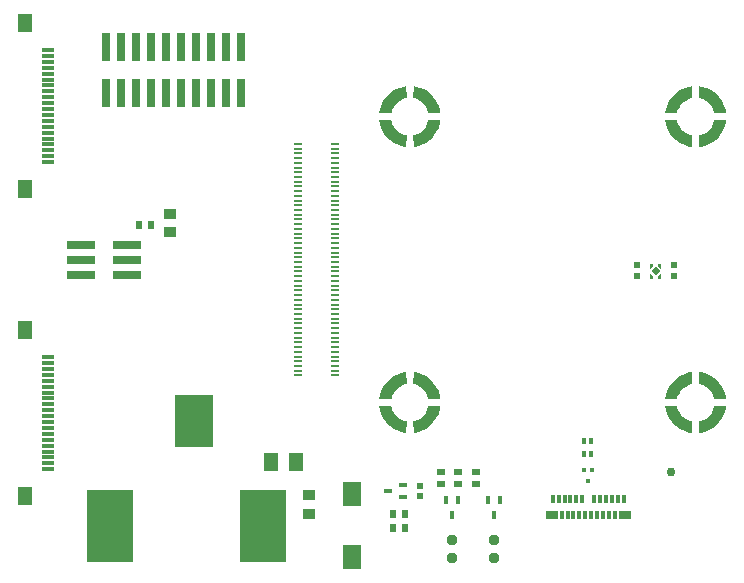
<source format=gtp>
G04*
G04 #@! TF.GenerationSoftware,Altium Limited,Altium Designer,19.1.8 (144)*
G04*
G04 Layer_Color=8421504*
%FSLAX44Y44*%
%MOMM*%
G71*
G01*
G75*
%ADD19R,0.7000X0.1800*%
%ADD20R,0.3000X0.7100*%
%ADD21R,0.3000X0.3000*%
%ADD22R,1.2500X1.5000*%
%ADD23R,0.6500X0.5500*%
%ADD24R,1.0000X0.7000*%
%ADD25R,0.3000X0.7000*%
G04:AMPARAMS|DCode=26|XSize=0.8mm|YSize=0.8mm|CornerRadius=0.2mm|HoleSize=0mm|Usage=FLASHONLY|Rotation=90.000|XOffset=0mm|YOffset=0mm|HoleType=Round|Shape=RoundedRectangle|*
%AMROUNDEDRECTD26*
21,1,0.8000,0.4000,0,0,90.0*
21,1,0.4000,0.8000,0,0,90.0*
1,1,0.4000,0.2000,0.2000*
1,1,0.4000,0.2000,-0.2000*
1,1,0.4000,-0.2000,-0.2000*
1,1,0.4000,-0.2000,0.2000*
%
%ADD26ROUNDEDRECTD26*%
%ADD27R,1.5000X2.0000*%
%ADD28R,0.1500X0.1500*%
%ADD29P,0.6788X4X180.0*%
%ADD30R,0.1500X0.1500*%
%ADD31R,3.9000X6.2000*%
%ADD32R,3.3000X4.4000*%
%ADD33R,2.4000X0.7600*%
%ADD34R,1.0000X0.9000*%
%ADD35R,0.6200X0.6200*%
%ADD36R,1.0000X0.3000*%
%ADD37R,1.3000X1.6500*%
%ADD38R,0.7600X2.4000*%
%ADD39R,0.5500X0.6500*%
%ADD40R,0.7100X0.3000*%
%ADD41R,0.3000X0.6000*%
%ADD42C,0.7500*%
G36*
X596313Y426543D02*
X600456Y425316D01*
X604339Y423422D01*
X607857Y420912D01*
X610912Y417857D01*
X613422Y414339D01*
X615316Y410456D01*
X616543Y406313D01*
X616806Y404169D01*
X606757Y403778D01*
Y403778D01*
X606499Y404972D01*
X605714Y407284D01*
X604587Y409449D01*
X603144Y411418D01*
X601418Y413144D01*
X599449Y414587D01*
X597284Y415714D01*
X594972Y416499D01*
X593778Y416757D01*
X594169Y426806D01*
X596313Y426543D01*
D02*
G37*
G36*
X588222Y416757D02*
X587028Y416499D01*
X584716Y415714D01*
X582551Y414587D01*
X580582Y413144D01*
X578856Y411418D01*
X577413Y409449D01*
X576286Y407284D01*
X575501Y404972D01*
X575243Y403778D01*
X565194Y404169D01*
X565194D01*
X565457Y406313D01*
X566684Y410456D01*
X568578Y414339D01*
X571088Y417857D01*
X574143Y420912D01*
X577661Y423422D01*
X581544Y425316D01*
X585687Y426543D01*
X587831Y426806D01*
X588222Y416757D01*
D02*
G37*
G36*
X354313Y426543D02*
X358456Y425316D01*
X362339Y423422D01*
X365857Y420912D01*
X368912Y417857D01*
X371422Y414339D01*
X373316Y410456D01*
X374543Y406313D01*
X374806Y404169D01*
X364757Y403778D01*
Y403778D01*
X364499Y404972D01*
X363714Y407284D01*
X362587Y409449D01*
X361144Y411418D01*
X359418Y413144D01*
X357449Y414587D01*
X355284Y415714D01*
X352972Y416499D01*
X351778Y416757D01*
X352169Y426806D01*
X354313Y426543D01*
D02*
G37*
G36*
X346222Y416757D02*
X345028Y416499D01*
X342716Y415714D01*
X340551Y414587D01*
X338582Y413144D01*
X336856Y411418D01*
X335413Y409449D01*
X334286Y407284D01*
X333501Y404972D01*
X333243Y403778D01*
X323194Y404169D01*
X323194D01*
X323457Y406313D01*
X324684Y410456D01*
X326578Y414339D01*
X329087Y417857D01*
X332143Y420912D01*
X335661Y423422D01*
X339544Y425316D01*
X343687Y426543D01*
X345831Y426806D01*
X346222Y416757D01*
D02*
G37*
G36*
X593778Y385243D02*
X593778D01*
X593778Y385243D01*
Y385243D01*
D02*
G37*
G36*
X351778D02*
X351778D01*
X351778Y385243D01*
Y385243D01*
D02*
G37*
G36*
X616806Y397831D02*
Y397831D01*
X616543Y395687D01*
X615316Y391544D01*
X613422Y387661D01*
X610912Y384143D01*
X607857Y381088D01*
X604339Y378578D01*
X600456Y376684D01*
X596313Y375457D01*
X594169Y375194D01*
X593778Y385243D01*
X594972Y385501D01*
X597284Y386286D01*
X599449Y387413D01*
X601418Y388856D01*
X603144Y390582D01*
X604587Y392551D01*
X605714Y394716D01*
X606499Y397028D01*
X606757Y398222D01*
X616806Y397831D01*
D02*
G37*
G36*
X575243Y398222D02*
X575501Y397028D01*
X576286Y394716D01*
X577413Y392551D01*
X578856Y390582D01*
X580582Y388856D01*
X582551Y387413D01*
X584716Y386286D01*
X587028Y385501D01*
X588222Y385243D01*
X587831Y375194D01*
X587831Y375194D01*
X585687Y375457D01*
X581544Y376684D01*
X577661Y378578D01*
X574143Y381088D01*
X571088Y384143D01*
X568578Y387661D01*
X566684Y391544D01*
X565457Y395687D01*
X565194Y397831D01*
X575243Y398222D01*
D01*
X575243D01*
X575243D01*
D02*
G37*
G36*
X374806Y397831D02*
Y397831D01*
X374543Y395687D01*
X373316Y391544D01*
X371422Y387661D01*
X368912Y384143D01*
X365857Y381088D01*
X362339Y378578D01*
X358456Y376684D01*
X354313Y375457D01*
X352169Y375194D01*
X351778Y385243D01*
X352972Y385501D01*
X355284Y386286D01*
X357449Y387413D01*
X359418Y388856D01*
X361144Y390582D01*
X362587Y392551D01*
X363714Y394716D01*
X364499Y397028D01*
X364757Y398222D01*
X374806Y397831D01*
D02*
G37*
G36*
X333243Y398222D02*
X333501Y397028D01*
X334286Y394716D01*
X335413Y392551D01*
X336856Y390582D01*
X338582Y388856D01*
X340551Y387413D01*
X342716Y386286D01*
X345028Y385501D01*
X346222Y385243D01*
X345831Y375194D01*
X345831Y375194D01*
X343687Y375457D01*
X339544Y376684D01*
X335661Y378578D01*
X332143Y381088D01*
X329087Y384143D01*
X326578Y387661D01*
X324684Y391544D01*
X323457Y395687D01*
X323194Y397831D01*
X333243Y398222D01*
D01*
X333243D01*
X333243D01*
D02*
G37*
G36*
X561300Y272500D02*
X561000D01*
X559200Y274300D01*
Y276100D01*
X561300D01*
Y272500D01*
D02*
G37*
G36*
X554800Y274300D02*
X553000Y272500D01*
X552700D01*
Y276100D01*
X554800D01*
Y274300D01*
D02*
G37*
G36*
X561300Y263900D02*
X559200D01*
Y265700D01*
X561000Y267500D01*
X561300D01*
Y263900D01*
D02*
G37*
G36*
X554800Y265700D02*
Y263900D01*
X552700D01*
Y267500D01*
X553000D01*
X554800Y265700D01*
D02*
G37*
G36*
X596313Y184543D02*
X600456Y183316D01*
X604339Y181422D01*
X607857Y178912D01*
X610912Y175857D01*
X613422Y172339D01*
X615316Y168456D01*
X616543Y164313D01*
X616806Y162169D01*
X606757Y161778D01*
Y161778D01*
X606499Y162972D01*
X605714Y165284D01*
X604587Y167449D01*
X603144Y169418D01*
X601418Y171144D01*
X599449Y172587D01*
X597284Y173714D01*
X594972Y174499D01*
X593778Y174757D01*
X594169Y184806D01*
X596313Y184543D01*
D02*
G37*
G36*
X588222Y174757D02*
X587028Y174499D01*
X584716Y173714D01*
X582551Y172587D01*
X580582Y171144D01*
X578856Y169418D01*
X577413Y167449D01*
X576286Y165284D01*
X575501Y162972D01*
X575243Y161778D01*
X565194Y162169D01*
X565194D01*
X565457Y164313D01*
X566684Y168456D01*
X568578Y172339D01*
X571088Y175857D01*
X574143Y178912D01*
X577661Y181422D01*
X581544Y183316D01*
X585687Y184543D01*
X587831Y184806D01*
X588222Y174757D01*
D02*
G37*
G36*
X354313Y184543D02*
X358456Y183316D01*
X362339Y181422D01*
X365857Y178912D01*
X368912Y175857D01*
X371422Y172339D01*
X373316Y168456D01*
X374543Y164313D01*
X374806Y162169D01*
X364757Y161778D01*
Y161778D01*
X364499Y162972D01*
X363714Y165284D01*
X362587Y167449D01*
X361144Y169418D01*
X359418Y171144D01*
X357449Y172587D01*
X355284Y173714D01*
X352972Y174499D01*
X351778Y174757D01*
X352169Y184806D01*
X354313Y184543D01*
D02*
G37*
G36*
X346222Y174757D02*
X345028Y174499D01*
X342716Y173714D01*
X340551Y172587D01*
X338582Y171144D01*
X336856Y169418D01*
X335413Y167449D01*
X334286Y165284D01*
X333501Y162972D01*
X333243Y161778D01*
X323194Y162169D01*
X323194D01*
X323457Y164313D01*
X324684Y168456D01*
X326578Y172339D01*
X329087Y175857D01*
X332143Y178912D01*
X335661Y181422D01*
X339544Y183316D01*
X343687Y184543D01*
X345831Y184806D01*
X346222Y174757D01*
D02*
G37*
G36*
X333243Y156222D02*
D01*
X333243D01*
X333243D01*
D02*
G37*
G36*
X575243D02*
D01*
X575243D01*
X575243D01*
D02*
G37*
G36*
X374806Y155831D02*
Y155831D01*
X374543Y153687D01*
X373316Y149544D01*
X371422Y145661D01*
X368912Y142143D01*
X365857Y139088D01*
X362339Y136578D01*
X358456Y134684D01*
X354313Y133457D01*
X352169Y133194D01*
X351778Y143243D01*
X351778D01*
X351778Y143243D01*
Y143243D01*
X352972Y143501D01*
X355284Y144286D01*
X357449Y145413D01*
X359418Y146856D01*
X361144Y148582D01*
X362587Y150551D01*
X363714Y152716D01*
X364499Y155028D01*
X364757Y156222D01*
X374806Y155831D01*
D02*
G37*
G36*
X616806D02*
Y155831D01*
X616543Y153687D01*
X615316Y149544D01*
X613422Y145661D01*
X610912Y142143D01*
X607857Y139088D01*
X604339Y136578D01*
X600456Y134684D01*
X596313Y133457D01*
X594169Y133194D01*
X593778Y143243D01*
X593778D01*
X593778Y143243D01*
Y143243D01*
X594972Y143501D01*
X597284Y144286D01*
X599449Y145413D01*
X601418Y146856D01*
X603144Y148582D01*
X604587Y150551D01*
X605714Y152716D01*
X606499Y155028D01*
X606757Y156222D01*
X616806Y155831D01*
D02*
G37*
G36*
X575501Y155028D02*
X576286Y152716D01*
X577413Y150551D01*
X578856Y148582D01*
X580582Y146856D01*
X582551Y145413D01*
X584716Y144286D01*
X587028Y143501D01*
X588222Y143243D01*
X587831Y133194D01*
X587831Y133194D01*
X585687Y133457D01*
X581544Y134684D01*
X577661Y136578D01*
X574143Y139088D01*
X571088Y142143D01*
X568578Y145661D01*
X566684Y149544D01*
X565457Y153687D01*
X565194Y155831D01*
X575243Y156222D01*
X575501Y155028D01*
D02*
G37*
G36*
X333501D02*
X334286Y152716D01*
X335413Y150551D01*
X336856Y148582D01*
X338582Y146856D01*
X340551Y145413D01*
X342716Y144286D01*
X345028Y143501D01*
X346222Y143243D01*
X345831Y133194D01*
X345831Y133194D01*
X343687Y133457D01*
X339544Y134684D01*
X335661Y136578D01*
X332143Y139088D01*
X329087Y142143D01*
X326578Y145661D01*
X324684Y149544D01*
X323457Y153687D01*
X323194Y155831D01*
X333243Y156222D01*
X333501Y155028D01*
D02*
G37*
D19*
X285400Y378000D02*
D03*
Y374000D02*
D03*
Y370000D02*
D03*
Y366000D02*
D03*
Y362000D02*
D03*
Y358000D02*
D03*
Y354000D02*
D03*
Y350000D02*
D03*
Y346000D02*
D03*
Y342000D02*
D03*
Y338000D02*
D03*
Y334000D02*
D03*
Y330000D02*
D03*
Y326000D02*
D03*
Y322000D02*
D03*
Y318000D02*
D03*
Y314000D02*
D03*
Y310000D02*
D03*
Y306000D02*
D03*
Y302000D02*
D03*
Y298000D02*
D03*
Y294000D02*
D03*
Y290000D02*
D03*
Y286000D02*
D03*
Y282000D02*
D03*
Y278000D02*
D03*
Y274000D02*
D03*
Y270000D02*
D03*
Y266000D02*
D03*
Y262000D02*
D03*
Y258000D02*
D03*
Y254000D02*
D03*
Y250000D02*
D03*
Y246000D02*
D03*
Y242000D02*
D03*
Y238000D02*
D03*
Y234000D02*
D03*
Y230000D02*
D03*
Y226000D02*
D03*
Y222000D02*
D03*
Y218000D02*
D03*
Y214000D02*
D03*
Y210000D02*
D03*
Y206000D02*
D03*
Y202000D02*
D03*
Y198000D02*
D03*
Y194000D02*
D03*
Y190000D02*
D03*
Y186000D02*
D03*
Y182000D02*
D03*
X254600Y378000D02*
D03*
Y374000D02*
D03*
Y370000D02*
D03*
Y366000D02*
D03*
Y362000D02*
D03*
Y358000D02*
D03*
Y354000D02*
D03*
Y350000D02*
D03*
Y346000D02*
D03*
Y342000D02*
D03*
Y338000D02*
D03*
Y334000D02*
D03*
Y330000D02*
D03*
Y326000D02*
D03*
Y322000D02*
D03*
Y318000D02*
D03*
Y314000D02*
D03*
Y310000D02*
D03*
Y306000D02*
D03*
Y302000D02*
D03*
Y298000D02*
D03*
Y294000D02*
D03*
Y290000D02*
D03*
Y286000D02*
D03*
Y282000D02*
D03*
Y278000D02*
D03*
Y274000D02*
D03*
Y270000D02*
D03*
Y266000D02*
D03*
Y262000D02*
D03*
Y258000D02*
D03*
Y254000D02*
D03*
Y250000D02*
D03*
Y246000D02*
D03*
Y242000D02*
D03*
Y238000D02*
D03*
Y234000D02*
D03*
Y230000D02*
D03*
Y226000D02*
D03*
Y222000D02*
D03*
Y218000D02*
D03*
Y214000D02*
D03*
Y210000D02*
D03*
Y206000D02*
D03*
Y202000D02*
D03*
Y198000D02*
D03*
Y194000D02*
D03*
Y190000D02*
D03*
Y186000D02*
D03*
Y182000D02*
D03*
D20*
X425000Y76100D02*
D03*
X415000D02*
D03*
X420000Y63900D02*
D03*
X390000Y76100D02*
D03*
X380000D02*
D03*
X385000Y63900D02*
D03*
D21*
X503499Y101499D02*
D03*
X499999Y92999D02*
D03*
X496499Y101499D02*
D03*
D22*
X252500Y109000D02*
D03*
X231500D02*
D03*
D23*
X375000Y90000D02*
D03*
Y100000D02*
D03*
X390000Y90000D02*
D03*
Y100000D02*
D03*
X405000Y90000D02*
D03*
Y100000D02*
D03*
D24*
X469000Y64000D02*
D03*
X531000D02*
D03*
D25*
X477500D02*
D03*
X482500D02*
D03*
X487500D02*
D03*
X492500D02*
D03*
X497500D02*
D03*
X502500D02*
D03*
X507500D02*
D03*
X512500D02*
D03*
X530000Y77000D02*
D03*
X525000D02*
D03*
X520000D02*
D03*
X515000D02*
D03*
X510000D02*
D03*
X505000D02*
D03*
X495000D02*
D03*
X490000D02*
D03*
X485000D02*
D03*
X480000D02*
D03*
X475000D02*
D03*
X470000D02*
D03*
X517500Y64000D02*
D03*
X522500D02*
D03*
D26*
X420000Y27500D02*
D03*
Y42500D02*
D03*
X385000Y27500D02*
D03*
Y42500D02*
D03*
D27*
X300000Y28000D02*
D03*
Y82000D02*
D03*
D28*
X560300Y264900D02*
D03*
X553700D02*
D03*
X560300Y275100D02*
D03*
D29*
X557000Y270000D02*
D03*
D30*
X553700Y275100D02*
D03*
D31*
X95500Y54250D02*
D03*
X224500D02*
D03*
D32*
X166500Y143750D02*
D03*
D33*
X109500Y267300D02*
D03*
X70500D02*
D03*
X109500Y280000D02*
D03*
Y292700D02*
D03*
X70500Y280000D02*
D03*
Y292700D02*
D03*
D34*
X264000Y81000D02*
D03*
Y65000D02*
D03*
X146000Y319000D02*
D03*
Y303000D02*
D03*
D35*
X358000Y88500D02*
D03*
Y79500D02*
D03*
X541000Y275500D02*
D03*
Y266500D02*
D03*
X573000Y275500D02*
D03*
Y266500D02*
D03*
D36*
X42500Y457500D02*
D03*
Y452500D02*
D03*
Y447500D02*
D03*
Y442500D02*
D03*
Y427500D02*
D03*
Y422500D02*
D03*
Y417500D02*
D03*
Y412500D02*
D03*
Y407500D02*
D03*
Y402500D02*
D03*
Y397500D02*
D03*
Y392500D02*
D03*
Y387500D02*
D03*
Y382500D02*
D03*
Y377500D02*
D03*
Y372500D02*
D03*
Y367500D02*
D03*
Y362500D02*
D03*
Y437500D02*
D03*
Y432500D02*
D03*
Y182500D02*
D03*
Y107500D02*
D03*
Y112500D02*
D03*
Y122500D02*
D03*
Y127500D02*
D03*
Y102500D02*
D03*
Y117500D02*
D03*
Y132500D02*
D03*
Y137500D02*
D03*
Y142500D02*
D03*
Y147500D02*
D03*
Y152500D02*
D03*
Y157500D02*
D03*
Y162500D02*
D03*
Y167500D02*
D03*
Y187500D02*
D03*
Y192500D02*
D03*
Y197500D02*
D03*
Y177500D02*
D03*
Y172500D02*
D03*
D37*
X23500Y339750D02*
D03*
Y480250D02*
D03*
Y220250D02*
D03*
Y79750D02*
D03*
D38*
X206200Y460000D02*
D03*
Y421000D02*
D03*
Y460000D02*
D03*
X193500D02*
D03*
X180800D02*
D03*
X168100D02*
D03*
X155400D02*
D03*
X142700D02*
D03*
X130000D02*
D03*
X117300D02*
D03*
X104600D02*
D03*
X91900D02*
D03*
X206200Y421000D02*
D03*
X193500D02*
D03*
X180800D02*
D03*
X168100D02*
D03*
X155400D02*
D03*
X142700D02*
D03*
X130000D02*
D03*
X117300D02*
D03*
X104600D02*
D03*
X91900D02*
D03*
D39*
X335000Y53000D02*
D03*
X345000D02*
D03*
X130000Y309000D02*
D03*
X120000D02*
D03*
X345000Y65000D02*
D03*
X335000D02*
D03*
D40*
X330900Y84000D02*
D03*
X343100Y89000D02*
D03*
Y79000D02*
D03*
D41*
X496749Y115749D02*
D03*
X502249D02*
D03*
Y126249D02*
D03*
X496749D02*
D03*
D42*
X570000Y100000D02*
D03*
M02*

</source>
